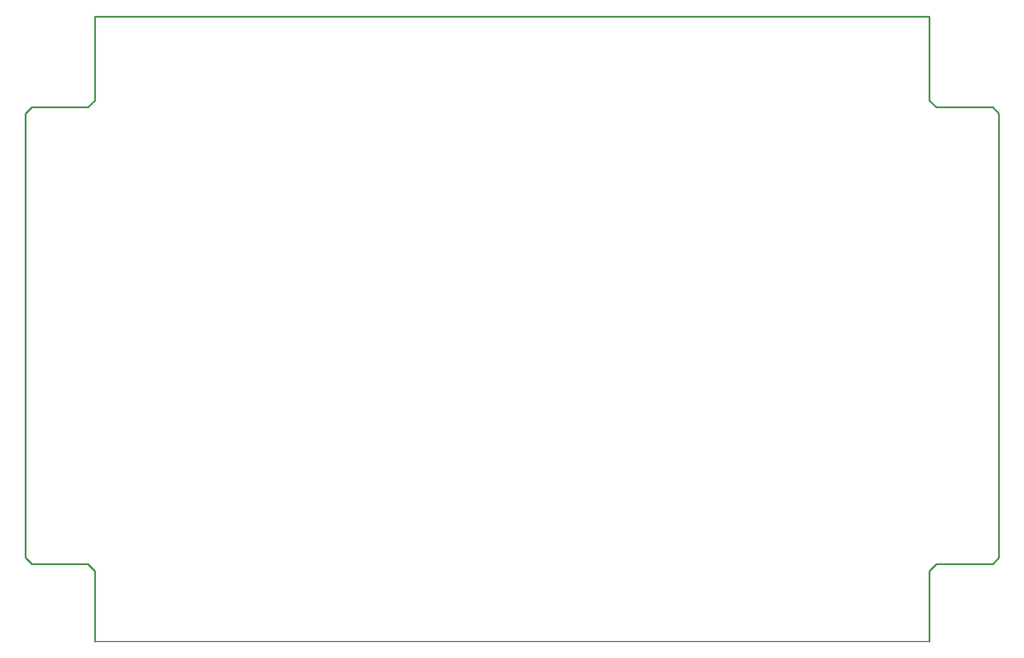
<source format=gko>
G04*
G04 #@! TF.GenerationSoftware,Altium Limited,Altium Designer,19.1.8 (144)*
G04*
G04 Layer_Color=16711935*
%FSLAX24Y24*%
%MOIN*%
G70*
G01*
G75*
%ADD11C,0.0098*%
%ADD14C,0.0079*%
D11*
X51821Y4803D02*
Y8799D01*
X52215Y9193D01*
X55394D01*
X55758Y9557D01*
X52215Y35089D02*
X55394D01*
X55758Y34724D01*
Y9557D02*
Y34724D01*
X51821Y35482D02*
X52215Y35089D01*
X51821Y35482D02*
Y40236D01*
X4577Y35482D02*
Y40236D01*
X4183Y35089D02*
X4577Y35482D01*
X640Y9557D02*
Y34724D01*
X1004Y35089D01*
X4183D01*
X640Y9557D02*
X1004Y9193D01*
X4183D01*
X4577Y8799D01*
Y4803D02*
Y8799D01*
Y40236D02*
X51821D01*
D14*
X4577Y4803D02*
X51821D01*
M02*

</source>
